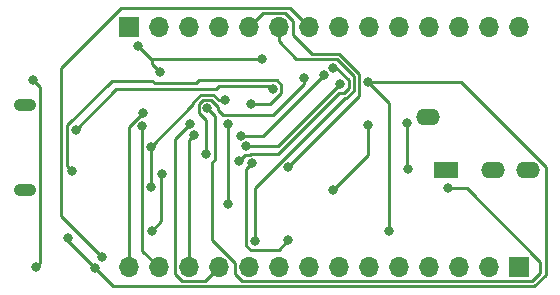
<source format=gbr>
%TF.GenerationSoftware,KiCad,Pcbnew,(5.1.6)-1*%
%TF.CreationDate,2020-10-01T22:55:38-05:00*%
%TF.ProjectId,VS1000SimpleBreakout,56533130-3030-4536-996d-706c65427265,rev?*%
%TF.SameCoordinates,Original*%
%TF.FileFunction,Copper,L2,Bot*%
%TF.FilePolarity,Positive*%
%FSLAX46Y46*%
G04 Gerber Fmt 4.6, Leading zero omitted, Abs format (unit mm)*
G04 Created by KiCad (PCBNEW (5.1.6)-1) date 2020-10-01 22:55:38*
%MOMM*%
%LPD*%
G01*
G04 APERTURE LIST*
%TA.AperFunction,ComponentPad*%
%ADD10O,1.700000X1.700000*%
%TD*%
%TA.AperFunction,ComponentPad*%
%ADD11R,1.700000X1.700000*%
%TD*%
%TA.AperFunction,ComponentPad*%
%ADD12O,2.000000X1.400000*%
%TD*%
%TA.AperFunction,ComponentPad*%
%ADD13R,2.000000X1.400000*%
%TD*%
%TA.AperFunction,ComponentPad*%
%ADD14O,1.900000X1.050000*%
%TD*%
%TA.AperFunction,ViaPad*%
%ADD15C,0.800000*%
%TD*%
%TA.AperFunction,Conductor*%
%ADD16C,0.250000*%
%TD*%
G04 APERTURE END LIST*
D10*
%TO.P,J1,14*%
%TO.N,Net-(J1-Pad14)*%
X119380000Y-76200000D03*
%TO.P,J1,13*%
%TO.N,/GPIO0_0*%
X121920000Y-76200000D03*
%TO.P,J1,12*%
%TO.N,/GPIO0_1*%
X124460000Y-76200000D03*
%TO.P,J1,11*%
%TO.N,/GPIO0_2*%
X127000000Y-76200000D03*
%TO.P,J1,10*%
%TO.N,Net-(J1-Pad10)*%
X129540000Y-76200000D03*
%TO.P,J1,9*%
%TO.N,Net-(J1-Pad9)*%
X132080000Y-76200000D03*
%TO.P,J1,8*%
%TO.N,Net-(J1-Pad8)*%
X134620000Y-76200000D03*
%TO.P,J1,7*%
%TO.N,Net-(J1-Pad7)*%
X137160000Y-76200000D03*
%TO.P,J1,6*%
%TO.N,Net-(J1-Pad6)*%
X139700000Y-76200000D03*
%TO.P,J1,5*%
%TO.N,Net-(J1-Pad5)*%
X142240000Y-76200000D03*
%TO.P,J1,4*%
%TO.N,Net-(J1-Pad4)*%
X144780000Y-76200000D03*
%TO.P,J1,3*%
%TO.N,Net-(J1-Pad3)*%
X147320000Y-76200000D03*
%TO.P,J1,2*%
%TO.N,/Play_Signal*%
X149860000Y-76200000D03*
D11*
%TO.P,J1,1*%
%TO.N,GND*%
X152400000Y-76200000D03*
%TD*%
D12*
%TO.P,J2,R2*%
%TO.N,Net-(J2-PadR2)*%
X153202400Y-68000000D03*
%TO.P,J2,R1*%
%TO.N,/R_AC*%
X150202400Y-68000000D03*
D13*
%TO.P,J2,T*%
%TO.N,/L_AC*%
X146202400Y-68000000D03*
D12*
%TO.P,J2,S*%
%TO.N,GND*%
X144702400Y-63500000D03*
%TD*%
D14*
%TO.P,J3,6*%
%TO.N,Net-(J3-Pad6)*%
X110560000Y-62465000D03*
X110560000Y-69615000D03*
%TD*%
D11*
%TO.P,J4,1*%
%TO.N,+5V*%
X119380000Y-55880000D03*
D10*
%TO.P,J4,2*%
%TO.N,GND*%
X121920000Y-55880000D03*
%TO.P,J4,3*%
%TO.N,VBUS*%
X124460000Y-55880000D03*
%TO.P,J4,4*%
%TO.N,Net-(C10-Pad1)*%
X127000000Y-55880000D03*
%TO.P,J4,5*%
%TO.N,/TX*%
X129540000Y-55880000D03*
%TO.P,J4,6*%
%TO.N,/RX_5V*%
X132080000Y-55880000D03*
%TO.P,J4,7*%
%TO.N,/GPIO0_11*%
X134620000Y-55880000D03*
%TO.P,J4,8*%
%TO.N,/GPIO0_13*%
X137160000Y-55880000D03*
%TO.P,J4,9*%
%TO.N,/GPIO0_14*%
X139700000Y-55880000D03*
%TO.P,J4,10*%
%TO.N,Net-(J4-Pad10)*%
X142240000Y-55880000D03*
%TO.P,J4,11*%
%TO.N,GND*%
X144780000Y-55880000D03*
%TO.P,J4,12*%
%TO.N,/R_AC*%
X147320000Y-55880000D03*
%TO.P,J4,13*%
%TO.N,/L_AC*%
X149860000Y-55880000D03*
%TO.P,J4,14*%
%TO.N,GND*%
X152400000Y-55880000D03*
%TD*%
D15*
%TO.N,GND*%
X121259600Y-69443600D03*
X121259600Y-65989200D03*
X111252000Y-60350400D03*
X111506000Y-76200000D03*
X142900400Y-63957200D03*
X143002000Y-67868800D03*
X120192800Y-57505600D03*
X130657600Y-58572400D03*
X135890000Y-59944000D03*
X122021600Y-59690000D03*
X128884382Y-65062353D03*
X127508000Y-62077600D03*
%TO.N,VDD*%
X116484400Y-76250800D03*
X114198400Y-73710800D03*
X141427200Y-73152000D03*
X139649200Y-60553600D03*
X122197545Y-68283222D03*
X121310400Y-73101200D03*
X137261600Y-60706000D03*
X129333202Y-65955988D03*
%TO.N,/RX_5V*%
X130048000Y-74015600D03*
%TO.N,Net-(D5-Pad2)*%
X132892800Y-73914000D03*
X129790945Y-67397647D03*
%TO.N,Net-(J1-Pad14)*%
X120599200Y-63144400D03*
%TO.N,/GPIO0_0*%
X120532313Y-64236593D03*
%TO.N,/GPIO0_1*%
X124867166Y-65032892D03*
%TO.N,/GPIO0_2*%
X124594383Y-64070775D03*
%TO.N,/D-*%
X114881554Y-64538754D03*
X131575865Y-61110156D03*
%TO.N,/D+*%
X114565011Y-68072000D03*
X129712823Y-62395011D03*
%TO.N,/TX*%
X132892800Y-67716400D03*
%TO.N,/GPIO0_11*%
X117144800Y-75336400D03*
%TO.N,/GPIO0_13*%
X125933200Y-66649600D03*
X134213600Y-60147200D03*
%TO.N,/GPIO0_14*%
X128689889Y-67223010D03*
X136665381Y-59299803D03*
%TO.N,/Right*%
X127812800Y-70866000D03*
X127812800Y-64035611D03*
%TO.N,/Left*%
X146405600Y-69494400D03*
X126012380Y-62754038D03*
%TO.N,/SCK*%
X136652000Y-69697600D03*
X139649200Y-64160400D03*
%TD*%
D16*
%TO.N,GND*%
X121259600Y-69443600D02*
X121259600Y-65989200D01*
X111252000Y-60350400D02*
X111835010Y-60933410D01*
X111835010Y-75870990D02*
X111506000Y-76200000D01*
X111835010Y-60933410D02*
X111835010Y-75870990D01*
X142900400Y-63957200D02*
X142900400Y-67767200D01*
X142900400Y-67767200D02*
X143002000Y-67868800D01*
X120192800Y-57505600D02*
X121259600Y-58572400D01*
X122021600Y-59690000D02*
X121310400Y-58978800D01*
X121310400Y-58978800D02*
X121310400Y-58572400D01*
X121259600Y-58572400D02*
X121310400Y-58572400D01*
X121310400Y-58572400D02*
X130657600Y-58572400D01*
X130771647Y-65062353D02*
X128884382Y-65062353D01*
X135890000Y-59944000D02*
X130771647Y-65062353D01*
X124837369Y-62219635D02*
X124837369Y-62411431D01*
X124837369Y-62411431D02*
X121259600Y-65989200D01*
X125477977Y-61579027D02*
X124837369Y-62219635D01*
X126546782Y-61579026D02*
X125477977Y-61579027D01*
X127045356Y-62077600D02*
X126546782Y-61579026D01*
X127508000Y-62077600D02*
X127045356Y-62077600D01*
%TO.N,VDD*%
X116484400Y-76250800D02*
X114198400Y-73964800D01*
X114198400Y-73964800D02*
X114198400Y-73710800D01*
X141427200Y-73152000D02*
X141427200Y-62331600D01*
X141427200Y-62331600D02*
X139649200Y-60553600D01*
X147505583Y-60553600D02*
X139649200Y-60553600D01*
X154678810Y-67726827D02*
X147505583Y-60553600D01*
X154678810Y-76842602D02*
X154678810Y-67726827D01*
X153696402Y-77825010D02*
X154678810Y-76842602D01*
X118058610Y-77825010D02*
X153696402Y-77825010D01*
X116484400Y-76250800D02*
X118058610Y-77825010D01*
X122101301Y-72310299D02*
X121310400Y-73101200D01*
X122101301Y-68379466D02*
X122197545Y-68283222D01*
X122101301Y-72310299D02*
X122101301Y-68379466D01*
X137261600Y-60706000D02*
X132011612Y-65955988D01*
X132011612Y-65955988D02*
X129333202Y-65955988D01*
%TO.N,/RX_5V*%
X137796002Y-61881013D02*
X138436613Y-61240402D01*
X138436613Y-59998031D02*
X137013383Y-58574801D01*
X137655185Y-61881013D02*
X137796002Y-61881013D01*
X138436613Y-61240402D02*
X138436613Y-59998031D01*
X130048000Y-74015600D02*
X130048000Y-69488198D01*
X137013383Y-58574801D02*
X133572720Y-58574801D01*
X133572720Y-58574801D02*
X132080000Y-57082081D01*
X132080000Y-57082081D02*
X132080000Y-55880000D01*
X130048000Y-69488198D02*
X137655185Y-61881013D01*
%TO.N,Net-(D5-Pad2)*%
X129322999Y-67865593D02*
X129790945Y-67397647D01*
X129322999Y-74363601D02*
X129322999Y-67865593D01*
X129699999Y-74740601D02*
X129322999Y-74363601D01*
X132066199Y-74740601D02*
X129699999Y-74740601D01*
X132892800Y-73914000D02*
X132066199Y-74740601D01*
%TO.N,Net-(J1-Pad14)*%
X119380000Y-76200000D02*
X119380000Y-64363600D01*
X119380000Y-64363600D02*
X120599200Y-63144400D01*
%TO.N,/GPIO0_0*%
X121920000Y-76200000D02*
X120532313Y-74812313D01*
X120532313Y-74812313D02*
X120532313Y-64236593D01*
%TO.N,/GPIO0_1*%
X124460000Y-65440058D02*
X124867166Y-65032892D01*
X124460000Y-76200000D02*
X124460000Y-65440058D01*
%TO.N,/GPIO0_2*%
X123284999Y-76764001D02*
X123284999Y-65380159D01*
X123284999Y-65380159D02*
X124594383Y-64070775D01*
X123895999Y-77375001D02*
X123284999Y-76764001D01*
X125824999Y-77375001D02*
X123895999Y-77375001D01*
X127000000Y-76200000D02*
X125824999Y-77375001D01*
%TO.N,/D-*%
X114881554Y-64538754D02*
X118314520Y-61105788D01*
X118314520Y-61105788D02*
X126770399Y-61105788D01*
X131317497Y-60851788D02*
X131575865Y-61110156D01*
X127024399Y-60851788D02*
X131317497Y-60851788D01*
X126770399Y-61105788D02*
X127024399Y-60851788D01*
%TO.N,/D+*%
X132300867Y-60762154D02*
X132300867Y-61438432D01*
X132300867Y-61438432D02*
X131344288Y-62395011D01*
X121571999Y-60618201D02*
X125087380Y-60618201D01*
X114156553Y-64190753D02*
X117959907Y-60387399D01*
X125087380Y-60618201D02*
X125322871Y-60382710D01*
X114156553Y-67663542D02*
X114156553Y-64190753D01*
X117959907Y-60387399D02*
X121341197Y-60387399D01*
X131921423Y-60382710D02*
X132300867Y-60762154D01*
X131344288Y-62395011D02*
X129712823Y-62395011D01*
X121341197Y-60387399D02*
X121571999Y-60618201D01*
X125322871Y-60382710D02*
X131921423Y-60382710D01*
X114565011Y-68072000D02*
X114156553Y-67663542D01*
%TO.N,/TX*%
X138886624Y-61722576D02*
X138886624Y-59811631D01*
X132644001Y-54704999D02*
X130715001Y-54704999D01*
X130715001Y-54704999D02*
X129540000Y-55880000D01*
X138886624Y-59811631D02*
X137199783Y-58124790D01*
X133292799Y-55353797D02*
X132644001Y-54704999D01*
X134863801Y-58124790D02*
X133292799Y-56553788D01*
X132892800Y-67716400D02*
X138886624Y-61722576D01*
X133292799Y-56553788D02*
X133292799Y-55353797D01*
X137199783Y-58124790D02*
X134863801Y-58124790D01*
%TO.N,/GPIO0_11*%
X132994989Y-54254989D02*
X134620000Y-55880000D01*
X113676599Y-59298399D02*
X118720009Y-54254989D01*
X118720009Y-54254989D02*
X132994989Y-54254989D01*
X113676599Y-71868199D02*
X113676599Y-59298399D01*
X117144800Y-75336400D02*
X113676599Y-71868199D01*
%TO.N,/GPIO0_13*%
X125933200Y-63747862D02*
X125287378Y-63102040D01*
X131615884Y-63310601D02*
X134213600Y-60712885D01*
X134213600Y-60712885D02*
X134213600Y-60147200D01*
X126360382Y-62029036D02*
X126935399Y-62604053D01*
X125287378Y-63102040D02*
X125287378Y-62406036D01*
X127363199Y-63310601D02*
X131615884Y-63310601D01*
X126935399Y-62882801D02*
X127363199Y-63310601D01*
X125287378Y-62406036D02*
X125664378Y-62029036D01*
X125664378Y-62029036D02*
X126360382Y-62029036D01*
X126935399Y-62604053D02*
X126935399Y-62882801D01*
X125933200Y-66649600D02*
X125933200Y-63747862D01*
%TO.N,/GPIO0_14*%
X129231909Y-66680990D02*
X129681204Y-66680990D01*
X137173009Y-61431002D02*
X137609602Y-61431002D01*
X136928407Y-59299803D02*
X136665381Y-59299803D01*
X129681204Y-66680990D02*
X129772579Y-66589615D01*
X137986602Y-61054002D02*
X137986602Y-60357998D01*
X137986602Y-60357998D02*
X136928407Y-59299803D01*
X128689889Y-67223010D02*
X129231909Y-66680990D01*
X129772579Y-66589615D02*
X132014396Y-66589615D01*
X137609602Y-61431002D02*
X137986602Y-61054002D01*
X132014396Y-66589615D02*
X137173009Y-61431002D01*
%TO.N,/Right*%
X127812800Y-70866000D02*
X127812800Y-64035611D01*
%TO.N,/Left*%
X128975999Y-77375001D02*
X128364999Y-76764001D01*
X153510001Y-77375001D02*
X128975999Y-77375001D01*
X128364999Y-75825997D02*
X126435999Y-73896997D01*
X126435999Y-73896997D02*
X126435999Y-67321403D01*
X126435999Y-67321403D02*
X126658201Y-67099201D01*
X126658201Y-67099201D02*
X126658201Y-63399859D01*
X128364999Y-76764001D02*
X128364999Y-75825997D01*
X126658201Y-63399859D02*
X126012380Y-62754038D01*
X154228800Y-76656202D02*
X153510001Y-77375001D01*
X154228800Y-75742800D02*
X154228800Y-76656202D01*
X147980400Y-69494400D02*
X154228800Y-75742800D01*
X146405600Y-69494400D02*
X147980400Y-69494400D01*
%TO.N,/SCK*%
X136652000Y-69697600D02*
X139649200Y-66700400D01*
X139649200Y-66700400D02*
X139649200Y-64160400D01*
%TD*%
M02*

</source>
